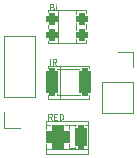
<source format=gto>
G04 #@! TF.GenerationSoftware,KiCad,Pcbnew,8.0.6*
G04 #@! TF.CreationDate,2025-06-24T16:18:04-05:00*
G04 #@! TF.ProjectId,Emitter,456d6974-7465-4722-9e6b-696361645f70,rev?*
G04 #@! TF.SameCoordinates,Original*
G04 #@! TF.FileFunction,Legend,Top*
G04 #@! TF.FilePolarity,Positive*
%FSLAX46Y46*%
G04 Gerber Fmt 4.6, Leading zero omitted, Abs format (unit mm)*
G04 Created by KiCad (PCBNEW 8.0.6) date 2025-06-24 16:18:04*
%MOMM*%
%LPD*%
G01*
G04 APERTURE LIST*
G04 Aperture macros list*
%AMRoundRect*
0 Rectangle with rounded corners*
0 $1 Rounding radius*
0 $2 $3 $4 $5 $6 $7 $8 $9 X,Y pos of 4 corners*
0 Add a 4 corners polygon primitive as box body*
4,1,4,$2,$3,$4,$5,$6,$7,$8,$9,$2,$3,0*
0 Add four circle primitives for the rounded corners*
1,1,$1+$1,$2,$3*
1,1,$1+$1,$4,$5*
1,1,$1+$1,$6,$7*
1,1,$1+$1,$8,$9*
0 Add four rect primitives between the rounded corners*
20,1,$1+$1,$2,$3,$4,$5,0*
20,1,$1+$1,$4,$5,$6,$7,0*
20,1,$1+$1,$6,$7,$8,$9,0*
20,1,$1+$1,$8,$9,$2,$3,0*%
G04 Aperture macros list end*
%ADD10C,0.100000*%
%ADD11C,0.120000*%
%ADD12RoundRect,0.500000X-0.500000X-0.500000X0.500000X-0.500000X0.500000X0.500000X-0.500000X0.500000X0*%
%ADD13RoundRect,0.250000X-0.250000X-0.750000X0.250000X-0.750000X0.250000X0.750000X-0.250000X0.750000X0*%
%ADD14RoundRect,0.250000X-0.250000X-0.900000X0.250000X-0.900000X0.250000X0.900000X-0.250000X0.900000X0*%
%ADD15RoundRect,0.250000X-0.250000X0.900000X-0.250000X-0.900000X0.250000X-0.900000X0.250000X0.900000X0*%
%ADD16RoundRect,0.250000X-0.250000X-0.250000X0.250000X-0.250000X0.250000X0.250000X-0.250000X0.250000X0*%
%ADD17R,1.700000X1.700000*%
%ADD18O,1.700000X1.700000*%
G04 APERTURE END LIST*
D10*
X134445550Y-88683609D02*
X134278884Y-88445514D01*
X134159836Y-88683609D02*
X134159836Y-88183609D01*
X134159836Y-88183609D02*
X134350312Y-88183609D01*
X134350312Y-88183609D02*
X134397931Y-88207419D01*
X134397931Y-88207419D02*
X134421741Y-88231228D01*
X134421741Y-88231228D02*
X134445550Y-88278847D01*
X134445550Y-88278847D02*
X134445550Y-88350276D01*
X134445550Y-88350276D02*
X134421741Y-88397895D01*
X134421741Y-88397895D02*
X134397931Y-88421704D01*
X134397931Y-88421704D02*
X134350312Y-88445514D01*
X134350312Y-88445514D02*
X134159836Y-88445514D01*
X134659836Y-88421704D02*
X134826503Y-88421704D01*
X134897931Y-88683609D02*
X134659836Y-88683609D01*
X134659836Y-88683609D02*
X134659836Y-88183609D01*
X134659836Y-88183609D02*
X134897931Y-88183609D01*
X135112217Y-88683609D02*
X135112217Y-88183609D01*
X135112217Y-88183609D02*
X135231265Y-88183609D01*
X135231265Y-88183609D02*
X135302693Y-88207419D01*
X135302693Y-88207419D02*
X135350312Y-88255038D01*
X135350312Y-88255038D02*
X135374122Y-88302657D01*
X135374122Y-88302657D02*
X135397931Y-88397895D01*
X135397931Y-88397895D02*
X135397931Y-88469323D01*
X135397931Y-88469323D02*
X135374122Y-88564561D01*
X135374122Y-88564561D02*
X135350312Y-88612180D01*
X135350312Y-88612180D02*
X135302693Y-88659800D01*
X135302693Y-88659800D02*
X135231265Y-88683609D01*
X135231265Y-88683609D02*
X135112217Y-88683609D01*
X134284836Y-84033609D02*
X134284836Y-83533609D01*
X134808645Y-84033609D02*
X134641979Y-83795514D01*
X134522931Y-84033609D02*
X134522931Y-83533609D01*
X134522931Y-83533609D02*
X134713407Y-83533609D01*
X134713407Y-83533609D02*
X134761026Y-83557419D01*
X134761026Y-83557419D02*
X134784836Y-83581228D01*
X134784836Y-83581228D02*
X134808645Y-83628847D01*
X134808645Y-83628847D02*
X134808645Y-83700276D01*
X134808645Y-83700276D02*
X134784836Y-83747895D01*
X134784836Y-83747895D02*
X134761026Y-83771704D01*
X134761026Y-83771704D02*
X134713407Y-83795514D01*
X134713407Y-83795514D02*
X134522931Y-83795514D01*
X134476503Y-79096704D02*
X134547931Y-79120514D01*
X134547931Y-79120514D02*
X134571741Y-79144323D01*
X134571741Y-79144323D02*
X134595550Y-79191942D01*
X134595550Y-79191942D02*
X134595550Y-79263371D01*
X134595550Y-79263371D02*
X134571741Y-79310990D01*
X134571741Y-79310990D02*
X134547931Y-79334800D01*
X134547931Y-79334800D02*
X134500312Y-79358609D01*
X134500312Y-79358609D02*
X134309836Y-79358609D01*
X134309836Y-79358609D02*
X134309836Y-78858609D01*
X134309836Y-78858609D02*
X134476503Y-78858609D01*
X134476503Y-78858609D02*
X134524122Y-78882419D01*
X134524122Y-78882419D02*
X134547931Y-78906228D01*
X134547931Y-78906228D02*
X134571741Y-78953847D01*
X134571741Y-78953847D02*
X134571741Y-79001466D01*
X134571741Y-79001466D02*
X134547931Y-79049085D01*
X134547931Y-79049085D02*
X134524122Y-79072895D01*
X134524122Y-79072895D02*
X134476503Y-79096704D01*
X134476503Y-79096704D02*
X134309836Y-79096704D01*
X134809836Y-79358609D02*
X134809836Y-79025276D01*
X134809836Y-78858609D02*
X134786027Y-78882419D01*
X134786027Y-78882419D02*
X134809836Y-78906228D01*
X134809836Y-78906228D02*
X134833646Y-78882419D01*
X134833646Y-78882419D02*
X134809836Y-78858609D01*
X134809836Y-78858609D02*
X134809836Y-78906228D01*
X133975000Y-88750000D02*
X137475000Y-88750000D01*
X137475000Y-91550000D01*
X133975000Y-91550000D01*
X133975000Y-88750000D01*
X133975000Y-89150000D02*
X137475000Y-89150000D01*
X137475000Y-91150000D01*
X133975000Y-91150000D01*
X133975000Y-89150000D01*
X135925000Y-89150000D02*
X136425000Y-89150000D01*
X136425000Y-91100000D01*
X135925000Y-91100000D01*
X135925000Y-89150000D01*
X135150000Y-86900000D02*
X135150000Y-84100000D01*
X137600000Y-86900000D02*
X134100000Y-86900000D01*
X134100000Y-84100000D01*
X137600000Y-84100000D01*
X137600000Y-86900000D01*
X136850000Y-86550000D02*
X134850000Y-86550000D01*
X134850000Y-84400000D01*
X136850000Y-84400000D01*
X136850000Y-86550000D01*
X134125000Y-79425000D02*
X137325000Y-79425000D01*
X137325000Y-82225000D01*
X134125000Y-82225000D01*
X134125000Y-79425000D01*
X134975000Y-79425000D02*
X136475000Y-79425000D01*
X136475000Y-82225000D01*
X134975000Y-82225000D01*
X134975000Y-79425000D01*
D11*
X138695000Y-85520000D02*
X138695000Y-88120000D01*
X138695000Y-85520000D02*
X141355000Y-85520000D01*
X138695000Y-88120000D02*
X141355000Y-88120000D01*
X140025000Y-82920000D02*
X141355000Y-82920000D01*
X141355000Y-82920000D02*
X141355000Y-84250000D01*
X141355000Y-85520000D02*
X141355000Y-88120000D01*
X133055000Y-86755000D02*
X133055000Y-81615000D01*
X133055000Y-86755000D02*
X130395000Y-86755000D01*
X133055000Y-81615000D02*
X130395000Y-81615000D01*
X131725000Y-89355000D02*
X130395000Y-89355000D01*
X130395000Y-89355000D02*
X130395000Y-88025000D01*
X130395000Y-86755000D02*
X130395000Y-81615000D01*
%LPC*%
D12*
X134975000Y-90150000D03*
D13*
X136925000Y-90150000D03*
D14*
X137250000Y-85500000D03*
D15*
X134450000Y-85500000D03*
D16*
X137025000Y-81525000D03*
X134425000Y-81475000D03*
X134425000Y-80125000D03*
X137025000Y-80125000D03*
D17*
X140025000Y-84250000D03*
D18*
X140025000Y-86790000D03*
D17*
X131725000Y-88025000D03*
D18*
X131725000Y-85485000D03*
X131725000Y-82945000D03*
%LPD*%
M02*

</source>
